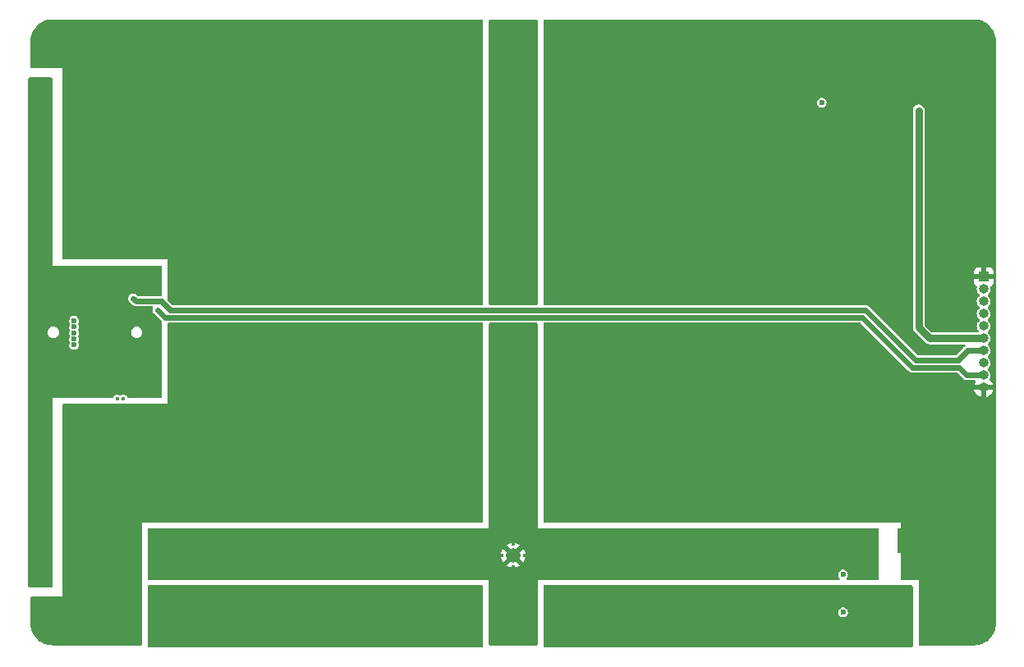
<source format=gbr>
%TF.GenerationSoftware,KiCad,Pcbnew,(5.99.0-11593-g5155093ec0)*%
%TF.CreationDate,2021-08-09T21:00:43+02:00*%
%TF.ProjectId,flatlight_rev21_ledside,666c6174-6c69-4676-9874-5f7265763231,rev?*%
%TF.SameCoordinates,Original*%
%TF.FileFunction,Copper,L3,Inr*%
%TF.FilePolarity,Positive*%
%FSLAX46Y46*%
G04 Gerber Fmt 4.6, Leading zero omitted, Abs format (unit mm)*
G04 Created by KiCad (PCBNEW (5.99.0-11593-g5155093ec0)) date 2021-08-09 21:00:43*
%MOMM*%
%LPD*%
G01*
G04 APERTURE LIST*
%TA.AperFunction,ComponentPad*%
%ADD10C,0.700000*%
%TD*%
%TA.AperFunction,ComponentPad*%
%ADD11C,4.400000*%
%TD*%
%TA.AperFunction,ComponentPad*%
%ADD12C,1.500000*%
%TD*%
%TA.AperFunction,ComponentPad*%
%ADD13R,1.000000X1.000000*%
%TD*%
%TA.AperFunction,ComponentPad*%
%ADD14O,1.000000X1.000000*%
%TD*%
%TA.AperFunction,ViaPad*%
%ADD15C,0.600000*%
%TD*%
%TA.AperFunction,ViaPad*%
%ADD16C,0.450000*%
%TD*%
%TA.AperFunction,ViaPad*%
%ADD17C,1.000000*%
%TD*%
%TA.AperFunction,Conductor*%
%ADD18C,0.600000*%
%TD*%
%TA.AperFunction,Conductor*%
%ADD19C,0.800000*%
%TD*%
G04 APERTURE END LIST*
D10*
%TO.N,GND*%
%TO.C,H18*%
X254350000Y-29300000D03*
X252700000Y-30950000D03*
X251050000Y-29300000D03*
X252700000Y-27650000D03*
D11*
X252700000Y-29300000D03*
D10*
X251533274Y-30466726D03*
X253866726Y-30466726D03*
X251533274Y-28133274D03*
X253866726Y-28133274D03*
%TD*%
D12*
%TO.N,LS_SYS*%
%TO.C,H7*%
X205200000Y-82300000D03*
%TD*%
D10*
%TO.N,LS_SYS*%
%TO.C,H16*%
X206366726Y-88133274D03*
X203550000Y-89300000D03*
X206366726Y-90466726D03*
X205200000Y-90950000D03*
D11*
X205200000Y-89300000D03*
D10*
X206850000Y-89300000D03*
X204033274Y-88133274D03*
X205200000Y-87650000D03*
X204033274Y-90466726D03*
%TD*%
D12*
%TO.N,GND*%
%TO.C,H14*%
X186475000Y-59675000D03*
%TD*%
D10*
%TO.N,GND*%
%TO.C,H19*%
X251533274Y-90466726D03*
X251533274Y-88133274D03*
X253866726Y-88133274D03*
X254350000Y-89300000D03*
D11*
X252700000Y-89300000D03*
D10*
X253866726Y-90466726D03*
X251050000Y-89300000D03*
X252700000Y-90950000D03*
X252700000Y-87650000D03*
%TD*%
%TO.N,GND*%
%TO.C,H20*%
X157700000Y-90950000D03*
X159350000Y-89300000D03*
D11*
X157700000Y-89300000D03*
D10*
X156050000Y-89300000D03*
X158866726Y-90466726D03*
X156533274Y-90466726D03*
X157700000Y-87650000D03*
X156533274Y-88133274D03*
X158866726Y-88133274D03*
%TD*%
%TO.N,GND*%
%TO.C,H17*%
X157700000Y-27650000D03*
X156533274Y-28133274D03*
X159350000Y-29300000D03*
X157700000Y-30950000D03*
X158866726Y-30466726D03*
X156050000Y-29300000D03*
D11*
X157700000Y-29300000D03*
D10*
X158866726Y-28133274D03*
X156533274Y-30466726D03*
%TD*%
%TO.N,LS_SYS*%
%TO.C,H15*%
X204033274Y-28133274D03*
X205200000Y-27650000D03*
X206366726Y-30466726D03*
X203550000Y-29300000D03*
X205200000Y-30950000D03*
X206366726Y-28133274D03*
X206850000Y-29300000D03*
X204033274Y-30466726D03*
D11*
X205200000Y-29300000D03*
%TD*%
D13*
%TO.N,GND*%
%TO.C,J4*%
X253700000Y-53575000D03*
D14*
%TO.N,LS_LED_PWM*%
X253700000Y-54845000D03*
%TO.N,LS_FLASH_EN*%
X253700000Y-56115000D03*
%TO.N,LS_TORCH_EN*%
X253700000Y-57385000D03*
%TO.N,LS_WS_LDAT*%
X253700000Y-58655000D03*
%TO.N,LS_WS_POWER*%
X253700000Y-59925000D03*
%TO.N,LS_XP_LED_NTC*%
X253700000Y-61195000D03*
%TO.N,LS_JS_LED_NTC*%
X253700000Y-62465000D03*
%TO.N,+3V3*%
X253700000Y-63735000D03*
%TO.N,GND*%
X253700000Y-65005000D03*
%TD*%
D15*
%TO.N,GND*%
X175450000Y-27550000D03*
X254450000Y-68250000D03*
X254000000Y-48800000D03*
X254500000Y-50300000D03*
X162000000Y-90550000D03*
X209400000Y-28050000D03*
X253950000Y-75750000D03*
X253950000Y-84750000D03*
X243850000Y-27550000D03*
X227350000Y-28050000D03*
X236350000Y-28050000D03*
X253950000Y-78750000D03*
X242350000Y-28050000D03*
X170950000Y-28050000D03*
X225850000Y-27550000D03*
X167950000Y-28050000D03*
D16*
X162575000Y-67925000D03*
D15*
X164950000Y-28050000D03*
X254500000Y-35300000D03*
X197950000Y-28050000D03*
X230350000Y-28050000D03*
X228850000Y-27550000D03*
X253950000Y-69750000D03*
X188950000Y-28050000D03*
X187450000Y-27550000D03*
X254500000Y-38300000D03*
X254500000Y-41300000D03*
X163450000Y-27550000D03*
X190450000Y-27550000D03*
X245350000Y-28050000D03*
X196450000Y-27550000D03*
X254000000Y-45750000D03*
X163500000Y-91050000D03*
D16*
X168700000Y-71150000D03*
D15*
X254000000Y-33800000D03*
X254450000Y-86200000D03*
X200950000Y-28050000D03*
X212350000Y-28050000D03*
X213850000Y-27550000D03*
X160500000Y-27550000D03*
X234850000Y-27550000D03*
X166450000Y-27550000D03*
X253950000Y-72750000D03*
X181450000Y-27550000D03*
X248350000Y-28050000D03*
X254000000Y-51800000D03*
D16*
X166575000Y-71150000D03*
D15*
X254500000Y-44300000D03*
X254450000Y-77250000D03*
D16*
X162100000Y-67925000D03*
D15*
X224350000Y-28050000D03*
X215350000Y-28050000D03*
X254450000Y-80250000D03*
X231850000Y-27550000D03*
X254000000Y-36800000D03*
X199450000Y-27550000D03*
X250100000Y-91050000D03*
X246850000Y-27550000D03*
X254500000Y-47300000D03*
X182950000Y-28050000D03*
X178450000Y-27550000D03*
X169450000Y-27550000D03*
X254000000Y-42800000D03*
X172450000Y-27550000D03*
X233350000Y-28050000D03*
D16*
X165550000Y-67950000D03*
D15*
X179950000Y-28050000D03*
X194950000Y-28050000D03*
X254450000Y-83250000D03*
X176950000Y-28050000D03*
X240850000Y-27550000D03*
D16*
X165075000Y-67950000D03*
D15*
X254450000Y-71250000D03*
X248800000Y-90550000D03*
X210850000Y-27550000D03*
X254500000Y-32300000D03*
X219850000Y-27550000D03*
X239350000Y-28050000D03*
X173950000Y-28050000D03*
X249850000Y-27550000D03*
X237850000Y-27550000D03*
X218350000Y-28050000D03*
X216850000Y-27550000D03*
X166500000Y-91050000D03*
X254450000Y-74250000D03*
X184450000Y-27550000D03*
X253950000Y-81750000D03*
X221350000Y-28050000D03*
X160500000Y-91050000D03*
X253950000Y-66750000D03*
X222850000Y-27550000D03*
X254000000Y-39800000D03*
X191950000Y-28050000D03*
X247425000Y-91050000D03*
X185950000Y-28050000D03*
D16*
X163825000Y-67925000D03*
D15*
X165000000Y-90550000D03*
X161950000Y-28050000D03*
X193450000Y-27550000D03*
%TO.N,+3V3*%
X239200000Y-84300000D03*
D16*
X168500000Y-57000000D03*
%TO.N,LS_SYS*%
X205700000Y-32700000D03*
X205200000Y-32700000D03*
X205700000Y-42100000D03*
X204000000Y-82300000D03*
X205200000Y-83500000D03*
X204700000Y-42100000D03*
X205200000Y-81100000D03*
D17*
X168125000Y-81875000D03*
D16*
X206400000Y-82300000D03*
X205200000Y-42100000D03*
X204700000Y-32700000D03*
D15*
%TO.N,Net-(C47-Pad2)*%
X159925000Y-59350000D03*
X159925000Y-60600000D03*
X159925000Y-58725000D03*
X159925000Y-59975000D03*
X159925000Y-58100000D03*
%TO.N,LS_WS_LDAT*%
X237000000Y-35600000D03*
D16*
%TO.N,Net-(D35-Pad1)*%
X165025000Y-66125000D03*
X164350000Y-66125000D03*
D15*
%TO.N,LS_JS_LED_NTC*%
X239200000Y-88200000D03*
D16*
%TO.N,LS_XP_LED_NTC*%
X166000000Y-55800000D03*
D15*
%TO.N,LS_WS_POWER*%
X247000000Y-36400000D03*
%TO.N,LS_PWM_PWR*%
X225200000Y-90550000D03*
X201000000Y-90550000D03*
X238700000Y-91050000D03*
X234200000Y-90550000D03*
X196500000Y-91050000D03*
X177000000Y-90550000D03*
X192000000Y-90550000D03*
X214700000Y-91050000D03*
X211700000Y-91050000D03*
X228200000Y-90550000D03*
X223700000Y-91050000D03*
X208700000Y-91050000D03*
X231200000Y-90550000D03*
X183000000Y-90550000D03*
X181500000Y-91050000D03*
X174000000Y-90550000D03*
X222200000Y-90550000D03*
X235700000Y-91050000D03*
X190500000Y-91050000D03*
X189000000Y-90550000D03*
X195000000Y-90550000D03*
X232700000Y-91050000D03*
X169500000Y-91050000D03*
X237200000Y-90550000D03*
X180000000Y-90550000D03*
X199500000Y-91050000D03*
X172500000Y-91050000D03*
X210200000Y-90550000D03*
X241700000Y-91050000D03*
X217700000Y-91050000D03*
X193500000Y-91050000D03*
X229700000Y-91050000D03*
X187500000Y-91050000D03*
X168000000Y-90550000D03*
X175500000Y-91050000D03*
X198000000Y-90550000D03*
X243200000Y-90550000D03*
X244650000Y-91050000D03*
X216200000Y-90550000D03*
X213200000Y-90550000D03*
X240200000Y-90550000D03*
X219200000Y-90550000D03*
X184500000Y-91050000D03*
X171000000Y-90550000D03*
X186000000Y-90550000D03*
X178500000Y-91050000D03*
X220700000Y-91050000D03*
X226700000Y-91050000D03*
D17*
%TO.N,PAD*%
X156450000Y-68300000D03*
X155950000Y-48800000D03*
X156450000Y-77300000D03*
X156450000Y-62300000D03*
X155950000Y-42800000D03*
X155950000Y-66800000D03*
X155950000Y-51800000D03*
X156450000Y-83300000D03*
X155950000Y-39800000D03*
X156450000Y-80300000D03*
X155950000Y-84800000D03*
X156450000Y-56300000D03*
X155950000Y-33800000D03*
X155950000Y-72800000D03*
X156450000Y-65300000D03*
X156450000Y-50300000D03*
X156450000Y-44300000D03*
X156450000Y-41300000D03*
X155950000Y-75800000D03*
X156450000Y-38300000D03*
X155950000Y-36800000D03*
X155950000Y-60800000D03*
X155950000Y-63800000D03*
X155950000Y-81800000D03*
X156450000Y-53300000D03*
X156450000Y-71300000D03*
X155950000Y-57800000D03*
X155950000Y-54800000D03*
X155950000Y-78800000D03*
X155950000Y-45800000D03*
X155950000Y-69800000D03*
X156450000Y-35300000D03*
X156450000Y-47300000D03*
X156450000Y-74300000D03*
%TD*%
D18*
%TO.N,+3V3*%
X241194308Y-57800000D02*
X246344308Y-62950000D01*
X246344308Y-62950000D02*
X251150000Y-62950000D01*
X251935000Y-63735000D02*
X253700000Y-63735000D01*
X251150000Y-62950000D02*
X251935000Y-63735000D01*
X168500000Y-57000000D02*
X169300000Y-57800000D01*
X169300000Y-57800000D02*
X241194308Y-57800000D01*
%TO.N,LS_XP_LED_NTC*%
X246675480Y-62150480D02*
X251049520Y-62150480D01*
X166000000Y-55800000D02*
X166300000Y-56100000D01*
X169849040Y-57000000D02*
X241525000Y-57000000D01*
X252005000Y-61195000D02*
X253700000Y-61195000D01*
X166300000Y-56100000D02*
X168949040Y-56100000D01*
X251049520Y-62150480D02*
X252005000Y-61195000D01*
X168949040Y-56100000D02*
X169849040Y-57000000D01*
X241525000Y-57000000D02*
X246675480Y-62150480D01*
D19*
%TO.N,LS_WS_POWER*%
X248125000Y-59925000D02*
X247000000Y-58800000D01*
X247000000Y-58800000D02*
X247000000Y-36400000D01*
X253700000Y-59925000D02*
X248125000Y-59925000D01*
%TD*%
%TA.AperFunction,Conductor*%
%TO.N,GND*%
G36*
X252680182Y-27001953D02*
G01*
X252685813Y-27001963D01*
X252699642Y-27005143D01*
X252713483Y-27002011D01*
X252727668Y-27002036D01*
X252727667Y-27002796D01*
X252735559Y-27002151D01*
X252888227Y-27011386D01*
X252969627Y-27016310D01*
X252984731Y-27018144D01*
X253242928Y-27065460D01*
X253257701Y-27069101D01*
X253508322Y-27147198D01*
X253522540Y-27152591D01*
X253761922Y-27260327D01*
X253775375Y-27267388D01*
X254000029Y-27403196D01*
X254012543Y-27411833D01*
X254219188Y-27573729D01*
X254230576Y-27583819D01*
X254416181Y-27769424D01*
X254426271Y-27780812D01*
X254588167Y-27987457D01*
X254596804Y-27999971D01*
X254732612Y-28224625D01*
X254739676Y-28238084D01*
X254847408Y-28477456D01*
X254852804Y-28491683D01*
X254930899Y-28742299D01*
X254934540Y-28757072D01*
X254981856Y-29015269D01*
X254983690Y-29030373D01*
X254997831Y-29264145D01*
X254998061Y-29271972D01*
X254998037Y-29285815D01*
X254994857Y-29299642D01*
X254997989Y-29313482D01*
X254997980Y-29318371D01*
X255000000Y-29336448D01*
X255000000Y-89262976D01*
X254998047Y-89280182D01*
X254998037Y-89285813D01*
X254994857Y-89299642D01*
X254997989Y-89313483D01*
X254997964Y-89327668D01*
X254997204Y-89327667D01*
X254997849Y-89335562D01*
X254983690Y-89569627D01*
X254981856Y-89584731D01*
X254934540Y-89842928D01*
X254930899Y-89857701D01*
X254859002Y-90088428D01*
X254852804Y-90108317D01*
X254847409Y-90122540D01*
X254826517Y-90168963D01*
X254739676Y-90361916D01*
X254732612Y-90375375D01*
X254596804Y-90600029D01*
X254588167Y-90612543D01*
X254426271Y-90819188D01*
X254416181Y-90830576D01*
X254230576Y-91016181D01*
X254219188Y-91026271D01*
X254012543Y-91188167D01*
X254000029Y-91196804D01*
X253775375Y-91332612D01*
X253761922Y-91339673D01*
X253522540Y-91447409D01*
X253508322Y-91452802D01*
X253336353Y-91506390D01*
X253257701Y-91530899D01*
X253242928Y-91534540D01*
X252984731Y-91581856D01*
X252969627Y-91583690D01*
X252735855Y-91597831D01*
X252728028Y-91598061D01*
X252714185Y-91598037D01*
X252700358Y-91594857D01*
X252686518Y-91597989D01*
X252681629Y-91597980D01*
X252663552Y-91600000D01*
X247126000Y-91600000D01*
X247057879Y-91579998D01*
X247011386Y-91526342D01*
X247000000Y-91474000D01*
X247000000Y-84850000D01*
X245276000Y-84850000D01*
X245207879Y-84829998D01*
X245161386Y-84776342D01*
X245150000Y-84724000D01*
X245150000Y-82050000D01*
X244926000Y-82050000D01*
X244857879Y-82029998D01*
X244811386Y-81976342D01*
X244800000Y-81924000D01*
X244800000Y-79626000D01*
X244820002Y-79557879D01*
X244873658Y-79511386D01*
X244926000Y-79500000D01*
X245150000Y-79500000D01*
X245150000Y-78900000D01*
X208426000Y-78900000D01*
X208357879Y-78879998D01*
X208311386Y-78826342D01*
X208300000Y-78774000D01*
X208300000Y-65270975D01*
X252727601Y-65270975D01*
X252756552Y-65371941D01*
X252761067Y-65383345D01*
X252845794Y-65548207D01*
X252852435Y-65558512D01*
X252967568Y-65703772D01*
X252976091Y-65712598D01*
X253117245Y-65832730D01*
X253127317Y-65839730D01*
X253289116Y-65930156D01*
X253300356Y-65935067D01*
X253428768Y-65976790D01*
X253442867Y-65977193D01*
X253446000Y-65970821D01*
X253446000Y-65277115D01*
X253444659Y-65272548D01*
X253954000Y-65272548D01*
X253954000Y-65962564D01*
X253957973Y-65976095D01*
X253966188Y-65977276D01*
X254060337Y-65950989D01*
X254071787Y-65946548D01*
X254237226Y-65862979D01*
X254247585Y-65856404D01*
X254393639Y-65742295D01*
X254402527Y-65733831D01*
X254523643Y-65593517D01*
X254530711Y-65583497D01*
X254622262Y-65422337D01*
X254627256Y-65411121D01*
X254672142Y-65276190D01*
X254672643Y-65262097D01*
X254666454Y-65259000D01*
X253972115Y-65259000D01*
X253956876Y-65263475D01*
X253955671Y-65264865D01*
X253954000Y-65272548D01*
X253444659Y-65272548D01*
X253441525Y-65261876D01*
X253440135Y-65260671D01*
X253432452Y-65259000D01*
X252742282Y-65259000D01*
X252728751Y-65262973D01*
X252727601Y-65270975D01*
X208300000Y-65270975D01*
X208300000Y-58426500D01*
X208320002Y-58358379D01*
X208373658Y-58311886D01*
X208426000Y-58300500D01*
X240934804Y-58300500D01*
X241002925Y-58320502D01*
X241023899Y-58337405D01*
X245940773Y-63254278D01*
X245948240Y-63263624D01*
X245948630Y-63263292D01*
X245954448Y-63270128D01*
X245959238Y-63277720D01*
X245965966Y-63283662D01*
X245965967Y-63283663D01*
X245998917Y-63312763D01*
X246004605Y-63318110D01*
X246015815Y-63329320D01*
X246019401Y-63332008D01*
X246019404Y-63332010D01*
X246023985Y-63335444D01*
X246031826Y-63341827D01*
X246066696Y-63372623D01*
X246074821Y-63376438D01*
X246077991Y-63378520D01*
X246090978Y-63386323D01*
X246094302Y-63388143D01*
X246101484Y-63393526D01*
X246109885Y-63396675D01*
X246109886Y-63396676D01*
X246145044Y-63409856D01*
X246154361Y-63413783D01*
X246188342Y-63429737D01*
X246188345Y-63429738D01*
X246196471Y-63433553D01*
X246205345Y-63434935D01*
X246208958Y-63436039D01*
X246223615Y-63439885D01*
X246227318Y-63440699D01*
X246235728Y-63443852D01*
X246282151Y-63447302D01*
X246292164Y-63448452D01*
X246305317Y-63450500D01*
X246320512Y-63450500D01*
X246329850Y-63450846D01*
X246378700Y-63454476D01*
X246387476Y-63452603D01*
X246396433Y-63451992D01*
X246396433Y-63451998D01*
X246410626Y-63450500D01*
X250890496Y-63450500D01*
X250958617Y-63470502D01*
X250979591Y-63487405D01*
X251531466Y-64039280D01*
X251538932Y-64048624D01*
X251539322Y-64048292D01*
X251545140Y-64055128D01*
X251549930Y-64062720D01*
X251556658Y-64068662D01*
X251556659Y-64068663D01*
X251589600Y-64097755D01*
X251595288Y-64103102D01*
X251606507Y-64114321D01*
X251610095Y-64117010D01*
X251610096Y-64117011D01*
X251614684Y-64120450D01*
X251622523Y-64126832D01*
X251657388Y-64157623D01*
X251665506Y-64161434D01*
X251668659Y-64163506D01*
X251681680Y-64171329D01*
X251684989Y-64173141D01*
X251692176Y-64178527D01*
X251700581Y-64181678D01*
X251700583Y-64181679D01*
X251735737Y-64194857D01*
X251745057Y-64198784D01*
X251787163Y-64218553D01*
X251796035Y-64219934D01*
X251799658Y-64221042D01*
X251814317Y-64224888D01*
X251818014Y-64225701D01*
X251826420Y-64228852D01*
X251872843Y-64232302D01*
X251882856Y-64233452D01*
X251896009Y-64235500D01*
X251911204Y-64235500D01*
X251920542Y-64235846D01*
X251969392Y-64239476D01*
X251978168Y-64237603D01*
X251987125Y-64236992D01*
X251987125Y-64236998D01*
X252001318Y-64235500D01*
X252761076Y-64235500D01*
X252829197Y-64255502D01*
X252875690Y-64309158D01*
X252885794Y-64379432D01*
X252865043Y-64432682D01*
X252861291Y-64438162D01*
X252771998Y-64600585D01*
X252767166Y-64611858D01*
X252728506Y-64733731D01*
X252728202Y-64747831D01*
X252734763Y-64751000D01*
X254658183Y-64751000D01*
X254671714Y-64747027D01*
X254672806Y-64739433D01*
X254638231Y-64624919D01*
X254633560Y-64613586D01*
X254546540Y-64449923D01*
X254539751Y-64439706D01*
X254422603Y-64296067D01*
X254413959Y-64287363D01*
X254347576Y-64232447D01*
X254307838Y-64173614D01*
X254306215Y-64102635D01*
X254316089Y-64078108D01*
X254318361Y-64074947D01*
X254321192Y-64067904D01*
X254321194Y-64067901D01*
X254378766Y-63924687D01*
X254378767Y-63924685D01*
X254381601Y-63917634D01*
X254405490Y-63749778D01*
X254405645Y-63735000D01*
X254385276Y-63566680D01*
X254325345Y-63408077D01*
X254277509Y-63338475D01*
X254233614Y-63274608D01*
X254233613Y-63274607D01*
X254229312Y-63268349D01*
X254223637Y-63263292D01*
X254145663Y-63193820D01*
X254108107Y-63133570D01*
X254109088Y-63062580D01*
X254147652Y-63003933D01*
X254213648Y-62947567D01*
X254213651Y-62947564D01*
X254219423Y-62942634D01*
X254318361Y-62804947D01*
X254326237Y-62785356D01*
X254378766Y-62654687D01*
X254378767Y-62654685D01*
X254381601Y-62647634D01*
X254393857Y-62561520D01*
X254404909Y-62483862D01*
X254404909Y-62483859D01*
X254405490Y-62479778D01*
X254405645Y-62465000D01*
X254403840Y-62450080D01*
X254386188Y-62304220D01*
X254385276Y-62296680D01*
X254325345Y-62138077D01*
X254229312Y-61998349D01*
X254145663Y-61923820D01*
X254108107Y-61863570D01*
X254109088Y-61792580D01*
X254147652Y-61733933D01*
X254213648Y-61677567D01*
X254213651Y-61677564D01*
X254219423Y-61672634D01*
X254318361Y-61534947D01*
X254381601Y-61377634D01*
X254405490Y-61209778D01*
X254405645Y-61195000D01*
X254385276Y-61026680D01*
X254325345Y-60868077D01*
X254317554Y-60856741D01*
X254233614Y-60734608D01*
X254233613Y-60734607D01*
X254229312Y-60728349D01*
X254187372Y-60690981D01*
X254145663Y-60653820D01*
X254108107Y-60593570D01*
X254109088Y-60522580D01*
X254147652Y-60463933D01*
X254213648Y-60407567D01*
X254213651Y-60407564D01*
X254219423Y-60402634D01*
X254318361Y-60264947D01*
X254381601Y-60107634D01*
X254405490Y-59939778D01*
X254405645Y-59925000D01*
X254385276Y-59756680D01*
X254325345Y-59598077D01*
X254229312Y-59458349D01*
X254145663Y-59383820D01*
X254108107Y-59323570D01*
X254109088Y-59252580D01*
X254147652Y-59193933D01*
X254213648Y-59137567D01*
X254213651Y-59137564D01*
X254219423Y-59132634D01*
X254318361Y-58994947D01*
X254326237Y-58975356D01*
X254378766Y-58844687D01*
X254378767Y-58844685D01*
X254381601Y-58837634D01*
X254405490Y-58669778D01*
X254405645Y-58655000D01*
X254403840Y-58640080D01*
X254397558Y-58588170D01*
X254385276Y-58486680D01*
X254325345Y-58328077D01*
X254229312Y-58188349D01*
X254145663Y-58113820D01*
X254108107Y-58053570D01*
X254109088Y-57982580D01*
X254147652Y-57923933D01*
X254213648Y-57867567D01*
X254213651Y-57867564D01*
X254219423Y-57862634D01*
X254318361Y-57724947D01*
X254326237Y-57705356D01*
X254378766Y-57574687D01*
X254378767Y-57574685D01*
X254381601Y-57567634D01*
X254405490Y-57399778D01*
X254405645Y-57385000D01*
X254403840Y-57370080D01*
X254386188Y-57224220D01*
X254385276Y-57216680D01*
X254325345Y-57058077D01*
X254229312Y-56918349D01*
X254145663Y-56843820D01*
X254108107Y-56783570D01*
X254109088Y-56712580D01*
X254147652Y-56653933D01*
X254213648Y-56597567D01*
X254213651Y-56597564D01*
X254219423Y-56592634D01*
X254318361Y-56454947D01*
X254326237Y-56435356D01*
X254378766Y-56304687D01*
X254378767Y-56304685D01*
X254381601Y-56297634D01*
X254405490Y-56129778D01*
X254405645Y-56115000D01*
X254403840Y-56100080D01*
X254386188Y-55954220D01*
X254385276Y-55946680D01*
X254325345Y-55788077D01*
X254229312Y-55648349D01*
X254145663Y-55573820D01*
X254108107Y-55513570D01*
X254109088Y-55442580D01*
X254147652Y-55383933D01*
X254213648Y-55327567D01*
X254213651Y-55327564D01*
X254219423Y-55322634D01*
X254318361Y-55184947D01*
X254326237Y-55165356D01*
X254378766Y-55034687D01*
X254378767Y-55034685D01*
X254381601Y-55027634D01*
X254405490Y-54859778D01*
X254405645Y-54845000D01*
X254404751Y-54837611D01*
X254386189Y-54684223D01*
X254386189Y-54684221D01*
X254385276Y-54676680D01*
X254382591Y-54669574D01*
X254381687Y-54665894D01*
X254384863Y-54594969D01*
X254425880Y-54537019D01*
X254443542Y-54525319D01*
X254453649Y-54519786D01*
X254555724Y-54443285D01*
X254568285Y-54430724D01*
X254644786Y-54328649D01*
X254653324Y-54313054D01*
X254698478Y-54192606D01*
X254702105Y-54177351D01*
X254707631Y-54126486D01*
X254708000Y-54119672D01*
X254708000Y-53847115D01*
X254703525Y-53831876D01*
X254702135Y-53830671D01*
X254694452Y-53829000D01*
X252710116Y-53829000D01*
X252694877Y-53833475D01*
X252693672Y-53834865D01*
X252692001Y-53842548D01*
X252692001Y-54119669D01*
X252692371Y-54126490D01*
X252697895Y-54177352D01*
X252701521Y-54192604D01*
X252746676Y-54313054D01*
X252755214Y-54328649D01*
X252831715Y-54430724D01*
X252844276Y-54443285D01*
X252946353Y-54519787D01*
X252956523Y-54525355D01*
X253006670Y-54575612D01*
X253021685Y-54645003D01*
X253018516Y-54664405D01*
X253016524Y-54669513D01*
X252994394Y-54837611D01*
X253012999Y-55006135D01*
X253071266Y-55165356D01*
X253075502Y-55171659D01*
X253075502Y-55171660D01*
X253088574Y-55191113D01*
X253165830Y-55306083D01*
X253171446Y-55311193D01*
X253254958Y-55387184D01*
X253291880Y-55447824D01*
X253290157Y-55518800D01*
X253252987Y-55575326D01*
X253175604Y-55642831D01*
X253078113Y-55781547D01*
X253016524Y-55939513D01*
X252994394Y-56107611D01*
X253012999Y-56276135D01*
X253071266Y-56435356D01*
X253075502Y-56441659D01*
X253075502Y-56441660D01*
X253088574Y-56461113D01*
X253165830Y-56576083D01*
X253171446Y-56581193D01*
X253254958Y-56657184D01*
X253291880Y-56717824D01*
X253290157Y-56788800D01*
X253252987Y-56845326D01*
X253175604Y-56912831D01*
X253078113Y-57051547D01*
X253016524Y-57209513D01*
X252994394Y-57377611D01*
X253012999Y-57546135D01*
X253071266Y-57705356D01*
X253075502Y-57711659D01*
X253075502Y-57711660D01*
X253088574Y-57731113D01*
X253165830Y-57846083D01*
X253171446Y-57851193D01*
X253254958Y-57927184D01*
X253291880Y-57987824D01*
X253290157Y-58058800D01*
X253252987Y-58115326D01*
X253175604Y-58182831D01*
X253171237Y-58189045D01*
X253084903Y-58311886D01*
X253078113Y-58321547D01*
X253016524Y-58479513D01*
X253015532Y-58487046D01*
X253015532Y-58487047D01*
X253010423Y-58525858D01*
X252994394Y-58647611D01*
X253012999Y-58816135D01*
X253020867Y-58837634D01*
X253064462Y-58956762D01*
X253071266Y-58975356D01*
X253075502Y-58981659D01*
X253075502Y-58981660D01*
X253151805Y-59095211D01*
X253165830Y-59116083D01*
X253167945Y-59118007D01*
X253196479Y-59180805D01*
X253186242Y-59251060D01*
X253139648Y-59304627D01*
X253071728Y-59324500D01*
X248425925Y-59324500D01*
X248357804Y-59304498D01*
X248336830Y-59287595D01*
X247637405Y-58588170D01*
X247603379Y-58525858D01*
X247600500Y-58499075D01*
X247600500Y-53030328D01*
X252692000Y-53030328D01*
X252692000Y-53302885D01*
X252696475Y-53318124D01*
X252697865Y-53319329D01*
X252705548Y-53321000D01*
X253427885Y-53321000D01*
X253443124Y-53316525D01*
X253444329Y-53315135D01*
X253446000Y-53307452D01*
X253446000Y-52585116D01*
X253444659Y-52580548D01*
X253954000Y-52580548D01*
X253954000Y-53302885D01*
X253958475Y-53318124D01*
X253959865Y-53319329D01*
X253967548Y-53321000D01*
X254689884Y-53321000D01*
X254705123Y-53316525D01*
X254706328Y-53315135D01*
X254707999Y-53307452D01*
X254707999Y-53030331D01*
X254707629Y-53023510D01*
X254702105Y-52972648D01*
X254698479Y-52957396D01*
X254653324Y-52836946D01*
X254644786Y-52821351D01*
X254568285Y-52719276D01*
X254555724Y-52706715D01*
X254453649Y-52630214D01*
X254438054Y-52621676D01*
X254317606Y-52576522D01*
X254302351Y-52572895D01*
X254251486Y-52567369D01*
X254244672Y-52567000D01*
X253972115Y-52567000D01*
X253956876Y-52571475D01*
X253955671Y-52572865D01*
X253954000Y-52580548D01*
X253444659Y-52580548D01*
X253441525Y-52569877D01*
X253440135Y-52568672D01*
X253432452Y-52567001D01*
X253155331Y-52567001D01*
X253148510Y-52567371D01*
X253097648Y-52572895D01*
X253082396Y-52576521D01*
X252961946Y-52621676D01*
X252946351Y-52630214D01*
X252844276Y-52706715D01*
X252831715Y-52719276D01*
X252755214Y-52821351D01*
X252746676Y-52836946D01*
X252701522Y-52957394D01*
X252697895Y-52972649D01*
X252692369Y-53023514D01*
X252692000Y-53030328D01*
X247600500Y-53030328D01*
X247600500Y-36360639D01*
X247585044Y-36243238D01*
X247524536Y-36097159D01*
X247428282Y-35971718D01*
X247302841Y-35875464D01*
X247156762Y-35814956D01*
X247000000Y-35794318D01*
X246843238Y-35814956D01*
X246697159Y-35875464D01*
X246571718Y-35971718D01*
X246475464Y-36097159D01*
X246414956Y-36243238D01*
X246399500Y-36360639D01*
X246399500Y-58752381D01*
X246398422Y-58768827D01*
X246394318Y-58800000D01*
X246399500Y-58839361D01*
X246414956Y-58956762D01*
X246475464Y-59102841D01*
X246571718Y-59228282D01*
X246578264Y-59233305D01*
X246596671Y-59247429D01*
X246609062Y-59258297D01*
X247666703Y-60315938D01*
X247677570Y-60328328D01*
X247696718Y-60353282D01*
X247761035Y-60402634D01*
X247822159Y-60449536D01*
X247968238Y-60510044D01*
X248125000Y-60530682D01*
X248133188Y-60529604D01*
X248156173Y-60526578D01*
X248172619Y-60525500D01*
X251686612Y-60525500D01*
X251754733Y-60545502D01*
X251801226Y-60599158D01*
X251811330Y-60669432D01*
X251781836Y-60734012D01*
X251747702Y-60759521D01*
X251748305Y-60760464D01*
X251740739Y-60765302D01*
X251732572Y-60769016D01*
X251725777Y-60774871D01*
X251725774Y-60774873D01*
X251697325Y-60799387D01*
X251689405Y-60805675D01*
X251678664Y-60813522D01*
X251667921Y-60824265D01*
X251661075Y-60830623D01*
X251623963Y-60862600D01*
X251619080Y-60870134D01*
X251613181Y-60876896D01*
X251613176Y-60876892D01*
X251604200Y-60887986D01*
X250879111Y-61613075D01*
X250816799Y-61647101D01*
X250790016Y-61649980D01*
X246934984Y-61649980D01*
X246866863Y-61629978D01*
X246845889Y-61613075D01*
X241928534Y-56695720D01*
X241921068Y-56686376D01*
X241920678Y-56686708D01*
X241914860Y-56679872D01*
X241910070Y-56672280D01*
X241870399Y-56637244D01*
X241864712Y-56631898D01*
X241853494Y-56620680D01*
X241849905Y-56617990D01*
X241845316Y-56614550D01*
X241837477Y-56608168D01*
X241809339Y-56583318D01*
X241802612Y-56577377D01*
X241794489Y-56573563D01*
X241791336Y-56571492D01*
X241778324Y-56563673D01*
X241775005Y-56561856D01*
X241767824Y-56556474D01*
X241724261Y-56540143D01*
X241714947Y-56536217D01*
X241680966Y-56520263D01*
X241680963Y-56520262D01*
X241672837Y-56516447D01*
X241663963Y-56515065D01*
X241660350Y-56513961D01*
X241645693Y-56510115D01*
X241641990Y-56509301D01*
X241633580Y-56506148D01*
X241587157Y-56502698D01*
X241577144Y-56501548D01*
X241563991Y-56499500D01*
X241548796Y-56499500D01*
X241539459Y-56499154D01*
X241524036Y-56498008D01*
X241490608Y-56495524D01*
X241481832Y-56497397D01*
X241472875Y-56498008D01*
X241472875Y-56498002D01*
X241458682Y-56499500D01*
X208426000Y-56499500D01*
X208357879Y-56479498D01*
X208311386Y-56425842D01*
X208300000Y-56373500D01*
X208300000Y-35593823D01*
X236494391Y-35593823D01*
X236495555Y-35602725D01*
X236495555Y-35602728D01*
X236496814Y-35612354D01*
X236512980Y-35735979D01*
X236570720Y-35867203D01*
X236576497Y-35874076D01*
X236576498Y-35874077D01*
X236577664Y-35875464D01*
X236662970Y-35976948D01*
X236782313Y-36056390D01*
X236919157Y-36099142D01*
X236928129Y-36099306D01*
X236928132Y-36099307D01*
X236993463Y-36100504D01*
X237062499Y-36101770D01*
X237071533Y-36099307D01*
X237192158Y-36066421D01*
X237192160Y-36066420D01*
X237200817Y-36064060D01*
X237322991Y-35989045D01*
X237332750Y-35978264D01*
X237413178Y-35889407D01*
X237419200Y-35882754D01*
X237454089Y-35810743D01*
X237477795Y-35761814D01*
X237477795Y-35761813D01*
X237481710Y-35753733D01*
X237505496Y-35612354D01*
X237505647Y-35600000D01*
X237485323Y-35458082D01*
X237425984Y-35327572D01*
X237407598Y-35306234D01*
X237338260Y-35225763D01*
X237338257Y-35225760D01*
X237332400Y-35218963D01*
X237212095Y-35140985D01*
X237074739Y-35099907D01*
X237065763Y-35099852D01*
X237065762Y-35099852D01*
X237005555Y-35099484D01*
X236931376Y-35099031D01*
X236793529Y-35138428D01*
X236672280Y-35214930D01*
X236577377Y-35322388D01*
X236516447Y-35452163D01*
X236494391Y-35593823D01*
X208300000Y-35593823D01*
X208300000Y-27126000D01*
X208320002Y-27057879D01*
X208373658Y-27011386D01*
X208426000Y-27000000D01*
X252662976Y-27000000D01*
X252680182Y-27001953D01*
G37*
%TD.AperFunction*%
%TD*%
%TA.AperFunction,Conductor*%
%TO.N,GND*%
G36*
X202042121Y-58320502D02*
G01*
X202088614Y-58374158D01*
X202100000Y-58426500D01*
X202100000Y-78774000D01*
X202079998Y-78842121D01*
X202026342Y-78888614D01*
X201974000Y-78900000D01*
X166900000Y-78900000D01*
X166900000Y-91474000D01*
X166879998Y-91542121D01*
X166826342Y-91588614D01*
X166774000Y-91600000D01*
X157737024Y-91600000D01*
X157719818Y-91598047D01*
X157714187Y-91598037D01*
X157700358Y-91594857D01*
X157686517Y-91597989D01*
X157672332Y-91597964D01*
X157672333Y-91597204D01*
X157664441Y-91597849D01*
X157496228Y-91587674D01*
X157430373Y-91583690D01*
X157415269Y-91581856D01*
X157157072Y-91534540D01*
X157142299Y-91530899D01*
X157063647Y-91506390D01*
X156891678Y-91452802D01*
X156877460Y-91447409D01*
X156638078Y-91339673D01*
X156624625Y-91332612D01*
X156399971Y-91196804D01*
X156387457Y-91188167D01*
X156180812Y-91026271D01*
X156169424Y-91016181D01*
X155983819Y-90830576D01*
X155973729Y-90819188D01*
X155811833Y-90612543D01*
X155803196Y-90600029D01*
X155667388Y-90375375D01*
X155660324Y-90361916D01*
X155573484Y-90168963D01*
X155552591Y-90122540D01*
X155547196Y-90108317D01*
X155540999Y-90088428D01*
X155469101Y-89857701D01*
X155465460Y-89842928D01*
X155418144Y-89584731D01*
X155416310Y-89569627D01*
X155402188Y-89336169D01*
X155402784Y-89314157D01*
X155403530Y-89307670D01*
X155405142Y-89300716D01*
X155405143Y-89300000D01*
X155403154Y-89291282D01*
X155400000Y-89263267D01*
X155400000Y-86726000D01*
X155420002Y-86657879D01*
X155473658Y-86611386D01*
X155526000Y-86600000D01*
X158700000Y-86600000D01*
X158700000Y-66826000D01*
X158720002Y-66757879D01*
X158773658Y-66711386D01*
X158826000Y-66700000D01*
X169575000Y-66700000D01*
X169575000Y-58426500D01*
X169595002Y-58358379D01*
X169648658Y-58311886D01*
X169701000Y-58300500D01*
X201974000Y-58300500D01*
X202042121Y-58320502D01*
G37*
%TD.AperFunction*%
%TA.AperFunction,Conductor*%
G36*
X202042121Y-27020002D02*
G01*
X202088614Y-27073658D01*
X202100000Y-27126000D01*
X202100000Y-56373500D01*
X202079998Y-56441621D01*
X202026342Y-56488114D01*
X201974000Y-56499500D01*
X170108544Y-56499500D01*
X170040423Y-56479498D01*
X170019449Y-56462595D01*
X169611905Y-56055051D01*
X169577879Y-55992739D01*
X169575000Y-55965956D01*
X169575000Y-51800000D01*
X158826000Y-51800000D01*
X158757879Y-51779998D01*
X158711386Y-51726342D01*
X158700000Y-51674000D01*
X158700000Y-32000000D01*
X155526000Y-32000000D01*
X155457879Y-31979998D01*
X155411386Y-31926342D01*
X155400000Y-31874000D01*
X155400000Y-29337312D01*
X155403254Y-29308860D01*
X155405142Y-29300716D01*
X155405143Y-29300000D01*
X155403560Y-29293060D01*
X155402769Y-29285990D01*
X155403963Y-29285856D01*
X155402168Y-29264153D01*
X155416310Y-29030373D01*
X155418144Y-29015269D01*
X155465460Y-28757072D01*
X155469101Y-28742299D01*
X155547196Y-28491683D01*
X155552592Y-28477456D01*
X155660324Y-28238084D01*
X155667388Y-28224625D01*
X155803196Y-27999971D01*
X155811833Y-27987457D01*
X155973729Y-27780812D01*
X155983819Y-27769424D01*
X156169424Y-27583819D01*
X156180812Y-27573729D01*
X156387457Y-27411833D01*
X156399971Y-27403196D01*
X156624625Y-27267388D01*
X156638078Y-27260327D01*
X156877460Y-27152591D01*
X156891678Y-27147198D01*
X157142299Y-27069101D01*
X157157072Y-27065460D01*
X157415269Y-27018144D01*
X157430373Y-27016310D01*
X157664145Y-27002169D01*
X157671972Y-27001939D01*
X157685815Y-27001963D01*
X157699642Y-27005143D01*
X157713482Y-27002011D01*
X157718371Y-27002020D01*
X157736448Y-27000000D01*
X201974000Y-27000000D01*
X202042121Y-27020002D01*
G37*
%TD.AperFunction*%
%TD*%
%TA.AperFunction,Conductor*%
%TO.N,LS_PWM_PWR*%
G36*
X202042121Y-85420002D02*
G01*
X202088614Y-85473658D01*
X202100000Y-85526000D01*
X202100000Y-91674000D01*
X202079998Y-91742121D01*
X202026342Y-91788614D01*
X201974000Y-91800000D01*
X167626000Y-91800000D01*
X167557879Y-91779998D01*
X167511386Y-91726342D01*
X167500000Y-91674000D01*
X167500000Y-85526000D01*
X167520002Y-85457879D01*
X167573658Y-85411386D01*
X167626000Y-85400000D01*
X201974000Y-85400000D01*
X202042121Y-85420002D01*
G37*
%TD.AperFunction*%
%TD*%
%TA.AperFunction,Conductor*%
%TO.N,PAD*%
G36*
X157642121Y-33020002D02*
G01*
X157688614Y-33073658D01*
X157700000Y-33126000D01*
X157700000Y-52400000D01*
X168849000Y-52400000D01*
X168917121Y-52420002D01*
X168963614Y-52473658D01*
X168975000Y-52526000D01*
X168975000Y-55473500D01*
X168954998Y-55541621D01*
X168901342Y-55588114D01*
X168849000Y-55599500D01*
X166559504Y-55599500D01*
X166491383Y-55579498D01*
X166470409Y-55562595D01*
X166328494Y-55420680D01*
X166242824Y-55356474D01*
X166108580Y-55306148D01*
X165965608Y-55295524D01*
X165956834Y-55297397D01*
X165956833Y-55297397D01*
X165918955Y-55305483D01*
X165825401Y-55325454D01*
X165699229Y-55393532D01*
X165597237Y-55494286D01*
X165592879Y-55502132D01*
X165538796Y-55599500D01*
X165527622Y-55619616D01*
X165495981Y-55759447D01*
X165504859Y-55902538D01*
X165553540Y-56037387D01*
X165618522Y-56126336D01*
X165896466Y-56404280D01*
X165903932Y-56413624D01*
X165904322Y-56413292D01*
X165910140Y-56420128D01*
X165914930Y-56427720D01*
X165921658Y-56433662D01*
X165921659Y-56433663D01*
X165954600Y-56462755D01*
X165960288Y-56468102D01*
X165971506Y-56479320D01*
X165975094Y-56482009D01*
X165975095Y-56482010D01*
X165979684Y-56485450D01*
X165987523Y-56491832D01*
X166022388Y-56522623D01*
X166030511Y-56526437D01*
X166033664Y-56528508D01*
X166046676Y-56536327D01*
X166049994Y-56538143D01*
X166057176Y-56543526D01*
X166100741Y-56559858D01*
X166110050Y-56563780D01*
X166152163Y-56583553D01*
X166161036Y-56584935D01*
X166164658Y-56586042D01*
X166179328Y-56589891D01*
X166183017Y-56590702D01*
X166191419Y-56593852D01*
X166200364Y-56594517D01*
X166200374Y-56594519D01*
X166237828Y-56597302D01*
X166247855Y-56598452D01*
X166261009Y-56600500D01*
X166276204Y-56600500D01*
X166285542Y-56600846D01*
X166334392Y-56604476D01*
X166343168Y-56602603D01*
X166352125Y-56601992D01*
X166352125Y-56601998D01*
X166366318Y-56600500D01*
X167935211Y-56600500D01*
X168003332Y-56620502D01*
X168049825Y-56674158D01*
X168059929Y-56744432D01*
X168045359Y-56787683D01*
X168027622Y-56819616D01*
X167995981Y-56959447D01*
X168004859Y-57102538D01*
X168053540Y-57237387D01*
X168058836Y-57244636D01*
X168111298Y-57316447D01*
X168118522Y-57326336D01*
X168511150Y-57718963D01*
X168896466Y-58104279D01*
X168903933Y-58113623D01*
X168904322Y-58113292D01*
X168910140Y-58120128D01*
X168914930Y-58127720D01*
X168921658Y-58133662D01*
X168921659Y-58133663D01*
X168932407Y-58143155D01*
X168970226Y-58203241D01*
X168975000Y-58237597D01*
X168975000Y-65974000D01*
X168954998Y-66042121D01*
X168901342Y-66088614D01*
X168849000Y-66100000D01*
X165559459Y-66100000D01*
X165491338Y-66079998D01*
X165444845Y-66026342D01*
X165440169Y-66010829D01*
X165439335Y-66011100D01*
X165436270Y-66001667D01*
X165434719Y-65991874D01*
X165373528Y-65871780D01*
X165278220Y-65776472D01*
X165158126Y-65715281D01*
X165148337Y-65713731D01*
X165148335Y-65713730D01*
X165034793Y-65695747D01*
X165025000Y-65694196D01*
X165015207Y-65695747D01*
X164901665Y-65713730D01*
X164901663Y-65713731D01*
X164891874Y-65715281D01*
X164771780Y-65776472D01*
X164764764Y-65783488D01*
X164761564Y-65785813D01*
X164694697Y-65809673D01*
X164625545Y-65793595D01*
X164613436Y-65785813D01*
X164610236Y-65783488D01*
X164603220Y-65776472D01*
X164483126Y-65715281D01*
X164473337Y-65713731D01*
X164473335Y-65713730D01*
X164359793Y-65695747D01*
X164350000Y-65694196D01*
X164340207Y-65695747D01*
X164226665Y-65713730D01*
X164226663Y-65713731D01*
X164216874Y-65715281D01*
X164096780Y-65776472D01*
X164001472Y-65871780D01*
X163940281Y-65991874D01*
X163938730Y-66001667D01*
X163935665Y-66011100D01*
X163932271Y-66009997D01*
X163909568Y-66057874D01*
X163849296Y-66095394D01*
X163815541Y-66100000D01*
X157700000Y-66100000D01*
X157700000Y-85474000D01*
X157679998Y-85542121D01*
X157626342Y-85588614D01*
X157574000Y-85600000D01*
X155326000Y-85600000D01*
X155257879Y-85579998D01*
X155211386Y-85526342D01*
X155200000Y-85474000D01*
X155200000Y-59300000D01*
X157188482Y-59300000D01*
X157189560Y-59308188D01*
X157194431Y-59345184D01*
X157208467Y-59451802D01*
X157267061Y-59593259D01*
X157360269Y-59714731D01*
X157481741Y-59807939D01*
X157489367Y-59811098D01*
X157489369Y-59811099D01*
X157508538Y-59819039D01*
X157623198Y-59866533D01*
X157631382Y-59867610D01*
X157631384Y-59867611D01*
X157732797Y-59880962D01*
X157736884Y-59881500D01*
X157813116Y-59881500D01*
X157817203Y-59880962D01*
X157918616Y-59867611D01*
X157918618Y-59867610D01*
X157926802Y-59866533D01*
X158041462Y-59819039D01*
X158060631Y-59811099D01*
X158060633Y-59811098D01*
X158068259Y-59807939D01*
X158189731Y-59714731D01*
X158282939Y-59593259D01*
X158341533Y-59451802D01*
X158355570Y-59345184D01*
X158360440Y-59308188D01*
X158361518Y-59300000D01*
X158348638Y-59202163D01*
X158342611Y-59156384D01*
X158342610Y-59156382D01*
X158341533Y-59148198D01*
X158316673Y-59088182D01*
X158286099Y-59014369D01*
X158286098Y-59014367D01*
X158282939Y-59006741D01*
X158189731Y-58885269D01*
X158068259Y-58792061D01*
X158060633Y-58788902D01*
X158060631Y-58788901D01*
X157934428Y-58736626D01*
X157934429Y-58736626D01*
X157926802Y-58733467D01*
X157918618Y-58732390D01*
X157918616Y-58732389D01*
X157817203Y-58719038D01*
X157817202Y-58719038D01*
X157813116Y-58718500D01*
X157736884Y-58718500D01*
X157732798Y-58719038D01*
X157732797Y-58719038D01*
X157631384Y-58732389D01*
X157631382Y-58732390D01*
X157623198Y-58733467D01*
X157615571Y-58736626D01*
X157615572Y-58736626D01*
X157489369Y-58788901D01*
X157489367Y-58788902D01*
X157481741Y-58792061D01*
X157360269Y-58885269D01*
X157267061Y-59006741D01*
X157263902Y-59014367D01*
X157263901Y-59014369D01*
X157233327Y-59088182D01*
X157208467Y-59148198D01*
X157207390Y-59156382D01*
X157207389Y-59156384D01*
X157201362Y-59202163D01*
X157188482Y-59300000D01*
X155200000Y-59300000D01*
X155200000Y-58093823D01*
X159419391Y-58093823D01*
X159420555Y-58102725D01*
X159420555Y-58102728D01*
X159425842Y-58143155D01*
X159437980Y-58235979D01*
X159490832Y-58356093D01*
X159494081Y-58363477D01*
X159503209Y-58433884D01*
X159492809Y-58467768D01*
X159441447Y-58577163D01*
X159419391Y-58718823D01*
X159420555Y-58727725D01*
X159420555Y-58727728D01*
X159421306Y-58733467D01*
X159437980Y-58860979D01*
X159490832Y-58981093D01*
X159494081Y-58988477D01*
X159503209Y-59058884D01*
X159492809Y-59092768D01*
X159441447Y-59202163D01*
X159419391Y-59343823D01*
X159420555Y-59352725D01*
X159420555Y-59352728D01*
X159421814Y-59362354D01*
X159437980Y-59485979D01*
X159490832Y-59606093D01*
X159494081Y-59613477D01*
X159503209Y-59683884D01*
X159492809Y-59717768D01*
X159441447Y-59827163D01*
X159419391Y-59968823D01*
X159420555Y-59977725D01*
X159420555Y-59977728D01*
X159421814Y-59987354D01*
X159437980Y-60110979D01*
X159490832Y-60231093D01*
X159494081Y-60238477D01*
X159503209Y-60308884D01*
X159492809Y-60342768D01*
X159441447Y-60452163D01*
X159419391Y-60593823D01*
X159420555Y-60602725D01*
X159420555Y-60602728D01*
X159421814Y-60612354D01*
X159437980Y-60735979D01*
X159495720Y-60867203D01*
X159501497Y-60874076D01*
X159501498Y-60874077D01*
X159508792Y-60882754D01*
X159587970Y-60976948D01*
X159707313Y-61056390D01*
X159844157Y-61099142D01*
X159853129Y-61099306D01*
X159853132Y-61099307D01*
X159918463Y-61100504D01*
X159987499Y-61101770D01*
X159996533Y-61099307D01*
X160117158Y-61066421D01*
X160117160Y-61066420D01*
X160125817Y-61064060D01*
X160247991Y-60989045D01*
X160344200Y-60882754D01*
X160406710Y-60753733D01*
X160430496Y-60612354D01*
X160430647Y-60600000D01*
X160410323Y-60458082D01*
X160355808Y-60338182D01*
X160345822Y-60267891D01*
X160357117Y-60231093D01*
X160402795Y-60136814D01*
X160402795Y-60136813D01*
X160406710Y-60128733D01*
X160430496Y-59987354D01*
X160430647Y-59975000D01*
X160415268Y-59867611D01*
X160411596Y-59841968D01*
X160411595Y-59841965D01*
X160410323Y-59833082D01*
X160355808Y-59713182D01*
X160345822Y-59642891D01*
X160357117Y-59606093D01*
X160402795Y-59511814D01*
X160402795Y-59511813D01*
X160406710Y-59503733D01*
X160430496Y-59362354D01*
X160430647Y-59350000D01*
X160423487Y-59300000D01*
X165788482Y-59300000D01*
X165789560Y-59308188D01*
X165794431Y-59345184D01*
X165808467Y-59451802D01*
X165867061Y-59593259D01*
X165960269Y-59714731D01*
X166081741Y-59807939D01*
X166089367Y-59811098D01*
X166089369Y-59811099D01*
X166108538Y-59819039D01*
X166223198Y-59866533D01*
X166231382Y-59867610D01*
X166231384Y-59867611D01*
X166332797Y-59880962D01*
X166336884Y-59881500D01*
X166413116Y-59881500D01*
X166417203Y-59880962D01*
X166518616Y-59867611D01*
X166518618Y-59867610D01*
X166526802Y-59866533D01*
X166641462Y-59819039D01*
X166660631Y-59811099D01*
X166660633Y-59811098D01*
X166668259Y-59807939D01*
X166789731Y-59714731D01*
X166882939Y-59593259D01*
X166941533Y-59451802D01*
X166955570Y-59345184D01*
X166960440Y-59308188D01*
X166961518Y-59300000D01*
X166948638Y-59202163D01*
X166942611Y-59156384D01*
X166942610Y-59156382D01*
X166941533Y-59148198D01*
X166916673Y-59088182D01*
X166886099Y-59014369D01*
X166886098Y-59014367D01*
X166882939Y-59006741D01*
X166789731Y-58885269D01*
X166668259Y-58792061D01*
X166660633Y-58788902D01*
X166660631Y-58788901D01*
X166534428Y-58736626D01*
X166534429Y-58736626D01*
X166526802Y-58733467D01*
X166518618Y-58732390D01*
X166518616Y-58732389D01*
X166417203Y-58719038D01*
X166417202Y-58719038D01*
X166413116Y-58718500D01*
X166336884Y-58718500D01*
X166332798Y-58719038D01*
X166332797Y-58719038D01*
X166231384Y-58732389D01*
X166231382Y-58732390D01*
X166223198Y-58733467D01*
X166215571Y-58736626D01*
X166215572Y-58736626D01*
X166089369Y-58788901D01*
X166089367Y-58788902D01*
X166081741Y-58792061D01*
X165960269Y-58885269D01*
X165867061Y-59006741D01*
X165863902Y-59014367D01*
X165863901Y-59014369D01*
X165833327Y-59088182D01*
X165808467Y-59148198D01*
X165807390Y-59156382D01*
X165807389Y-59156384D01*
X165801362Y-59202163D01*
X165788482Y-59300000D01*
X160423487Y-59300000D01*
X160410323Y-59208082D01*
X160386818Y-59156384D01*
X160355808Y-59088182D01*
X160345822Y-59017891D01*
X160357117Y-58981093D01*
X160402795Y-58886814D01*
X160402795Y-58886813D01*
X160406710Y-58878733D01*
X160430496Y-58737354D01*
X160430647Y-58725000D01*
X160410323Y-58583082D01*
X160355808Y-58463182D01*
X160345822Y-58392891D01*
X160357117Y-58356093D01*
X160402795Y-58261814D01*
X160402795Y-58261813D01*
X160406710Y-58253733D01*
X160430496Y-58112354D01*
X160430647Y-58100000D01*
X160410323Y-57958082D01*
X160350984Y-57827572D01*
X160268096Y-57731376D01*
X160263260Y-57725763D01*
X160263257Y-57725760D01*
X160257400Y-57718963D01*
X160137095Y-57640985D01*
X159999739Y-57599907D01*
X159990763Y-57599852D01*
X159990762Y-57599852D01*
X159930555Y-57599484D01*
X159856376Y-57599031D01*
X159718529Y-57638428D01*
X159597280Y-57714930D01*
X159502377Y-57822388D01*
X159441447Y-57952163D01*
X159419391Y-58093823D01*
X155200000Y-58093823D01*
X155200000Y-33126000D01*
X155220002Y-33057879D01*
X155273658Y-33011386D01*
X155326000Y-33000000D01*
X157574000Y-33000000D01*
X157642121Y-33020002D01*
G37*
%TD.AperFunction*%
%TD*%
%TA.AperFunction,Conductor*%
%TO.N,LS_SYS*%
G36*
X207642121Y-58320502D02*
G01*
X207688614Y-58374158D01*
X207700000Y-58426500D01*
X207700000Y-79500000D01*
X242774000Y-79500000D01*
X242842121Y-79520002D01*
X242888614Y-79573658D01*
X242900000Y-79626000D01*
X242900000Y-84724000D01*
X242879998Y-84792121D01*
X242826342Y-84838614D01*
X242774000Y-84850000D01*
X239661302Y-84850000D01*
X239593181Y-84829998D01*
X239546688Y-84776342D01*
X239536584Y-84706068D01*
X239567887Y-84639445D01*
X239613176Y-84589411D01*
X239613181Y-84589404D01*
X239619200Y-84582754D01*
X239681710Y-84453733D01*
X239705496Y-84312354D01*
X239705647Y-84300000D01*
X239685323Y-84158082D01*
X239625984Y-84027572D01*
X239607598Y-84006234D01*
X239538260Y-83925763D01*
X239538257Y-83925760D01*
X239532400Y-83918963D01*
X239412095Y-83840985D01*
X239274739Y-83799907D01*
X239265763Y-83799852D01*
X239265762Y-83799852D01*
X239205555Y-83799484D01*
X239131376Y-83799031D01*
X238993529Y-83838428D01*
X238872280Y-83914930D01*
X238777377Y-84022388D01*
X238716447Y-84152163D01*
X238694391Y-84293823D01*
X238695555Y-84302725D01*
X238695555Y-84302728D01*
X238696814Y-84312354D01*
X238712980Y-84435979D01*
X238770720Y-84567203D01*
X238776497Y-84574076D01*
X238776498Y-84574077D01*
X238834371Y-84642925D01*
X238862892Y-84707940D01*
X238851736Y-84778055D01*
X238804444Y-84831007D01*
X238737920Y-84850000D01*
X207700000Y-84850000D01*
X207700000Y-91474000D01*
X207679998Y-91542121D01*
X207626342Y-91588614D01*
X207574000Y-91600000D01*
X202826000Y-91600000D01*
X202757879Y-91579998D01*
X202711386Y-91526342D01*
X202700000Y-91474000D01*
X202700000Y-84850000D01*
X167626000Y-84850000D01*
X167557879Y-84829998D01*
X167511386Y-84776342D01*
X167500000Y-84724000D01*
X167500000Y-83350161D01*
X204514393Y-83350161D01*
X204523687Y-83362175D01*
X204564088Y-83390464D01*
X204573584Y-83395947D01*
X204763113Y-83484326D01*
X204773405Y-83488072D01*
X204975401Y-83542196D01*
X204986196Y-83544099D01*
X205194525Y-83562326D01*
X205205475Y-83562326D01*
X205413804Y-83544099D01*
X205424599Y-83542196D01*
X205626595Y-83488072D01*
X205636887Y-83484326D01*
X205826416Y-83395947D01*
X205835912Y-83390464D01*
X205877148Y-83361590D01*
X205885523Y-83351112D01*
X205878457Y-83337668D01*
X205212811Y-82672021D01*
X205198868Y-82664408D01*
X205197034Y-82664539D01*
X205190420Y-82668790D01*
X204520820Y-83338391D01*
X204514393Y-83350161D01*
X167500000Y-83350161D01*
X167500000Y-82294525D01*
X203937674Y-82294525D01*
X203937674Y-82305475D01*
X203955901Y-82513804D01*
X203957804Y-82524599D01*
X204011928Y-82726595D01*
X204015674Y-82736887D01*
X204104054Y-82926417D01*
X204109534Y-82935907D01*
X204138411Y-82977149D01*
X204148887Y-82985523D01*
X204162334Y-82978455D01*
X204827979Y-82312811D01*
X204834356Y-82301132D01*
X205564408Y-82301132D01*
X205564539Y-82302966D01*
X205568790Y-82309580D01*
X206238391Y-82979180D01*
X206250161Y-82985607D01*
X206262176Y-82976311D01*
X206290466Y-82935907D01*
X206295946Y-82926417D01*
X206384326Y-82736887D01*
X206388072Y-82726595D01*
X206442196Y-82524599D01*
X206444099Y-82513804D01*
X206462326Y-82305475D01*
X206462326Y-82294525D01*
X206444099Y-82086196D01*
X206442196Y-82075401D01*
X206388072Y-81873405D01*
X206384326Y-81863113D01*
X206295946Y-81673583D01*
X206290466Y-81664093D01*
X206261589Y-81622851D01*
X206251113Y-81614477D01*
X206237666Y-81621545D01*
X205572021Y-82287189D01*
X205564408Y-82301132D01*
X204834356Y-82301132D01*
X204835592Y-82298868D01*
X204835461Y-82297034D01*
X204831210Y-82290420D01*
X204161609Y-81620820D01*
X204149839Y-81614393D01*
X204137824Y-81623689D01*
X204109534Y-81664093D01*
X204104054Y-81673583D01*
X204015674Y-81863113D01*
X204011928Y-81873405D01*
X203957804Y-82075401D01*
X203955901Y-82086196D01*
X203937674Y-82294525D01*
X167500000Y-82294525D01*
X167500000Y-81248887D01*
X204514477Y-81248887D01*
X204521545Y-81262334D01*
X205187189Y-81927979D01*
X205201132Y-81935592D01*
X205202966Y-81935461D01*
X205209580Y-81931210D01*
X205879180Y-81261609D01*
X205885607Y-81249839D01*
X205876313Y-81237825D01*
X205835912Y-81209536D01*
X205826416Y-81204053D01*
X205636887Y-81115674D01*
X205626595Y-81111928D01*
X205424599Y-81057804D01*
X205413804Y-81055901D01*
X205205475Y-81037674D01*
X205194525Y-81037674D01*
X204986196Y-81055901D01*
X204975401Y-81057804D01*
X204773405Y-81111928D01*
X204763113Y-81115674D01*
X204573583Y-81204054D01*
X204564093Y-81209534D01*
X204522851Y-81238411D01*
X204514477Y-81248887D01*
X167500000Y-81248887D01*
X167500000Y-79626000D01*
X167520002Y-79557879D01*
X167573658Y-79511386D01*
X167626000Y-79500000D01*
X202700000Y-79500000D01*
X202700000Y-58426500D01*
X202720002Y-58358379D01*
X202773658Y-58311886D01*
X202826000Y-58300500D01*
X207574000Y-58300500D01*
X207642121Y-58320502D01*
G37*
%TD.AperFunction*%
%TA.AperFunction,Conductor*%
G36*
X207642121Y-27020002D02*
G01*
X207688614Y-27073658D01*
X207700000Y-27126000D01*
X207700000Y-56373500D01*
X207679998Y-56441621D01*
X207626342Y-56488114D01*
X207574000Y-56499500D01*
X202826000Y-56499500D01*
X202757879Y-56479498D01*
X202711386Y-56425842D01*
X202700000Y-56373500D01*
X202700000Y-27126000D01*
X202720002Y-27057879D01*
X202773658Y-27011386D01*
X202826000Y-27000000D01*
X207574000Y-27000000D01*
X207642121Y-27020002D01*
G37*
%TD.AperFunction*%
%TD*%
%TA.AperFunction,Conductor*%
%TO.N,LS_PWM_PWR*%
G36*
X246342121Y-85420002D02*
G01*
X246388614Y-85473658D01*
X246400000Y-85526000D01*
X246400000Y-91674000D01*
X246379998Y-91742121D01*
X246326342Y-91788614D01*
X246274000Y-91800000D01*
X208426000Y-91800000D01*
X208357879Y-91779998D01*
X208311386Y-91726342D01*
X208300000Y-91674000D01*
X208300000Y-88193823D01*
X238694391Y-88193823D01*
X238695555Y-88202725D01*
X238695555Y-88202728D01*
X238696814Y-88212354D01*
X238712980Y-88335979D01*
X238770720Y-88467203D01*
X238776497Y-88474076D01*
X238776498Y-88474077D01*
X238783792Y-88482754D01*
X238862970Y-88576948D01*
X238982313Y-88656390D01*
X239119157Y-88699142D01*
X239128129Y-88699306D01*
X239128132Y-88699307D01*
X239193463Y-88700504D01*
X239262499Y-88701770D01*
X239271533Y-88699307D01*
X239392158Y-88666421D01*
X239392160Y-88666420D01*
X239400817Y-88664060D01*
X239522991Y-88589045D01*
X239619200Y-88482754D01*
X239681710Y-88353733D01*
X239705496Y-88212354D01*
X239705647Y-88200000D01*
X239685323Y-88058082D01*
X239625984Y-87927572D01*
X239607598Y-87906234D01*
X239538260Y-87825763D01*
X239538257Y-87825760D01*
X239532400Y-87818963D01*
X239412095Y-87740985D01*
X239274739Y-87699907D01*
X239265763Y-87699852D01*
X239265762Y-87699852D01*
X239205555Y-87699484D01*
X239131376Y-87699031D01*
X238993529Y-87738428D01*
X238872280Y-87814930D01*
X238777377Y-87922388D01*
X238716447Y-88052163D01*
X238694391Y-88193823D01*
X208300000Y-88193823D01*
X208300000Y-85526000D01*
X208320002Y-85457879D01*
X208373658Y-85411386D01*
X208426000Y-85400000D01*
X246274000Y-85400000D01*
X246342121Y-85420002D01*
G37*
%TD.AperFunction*%
%TD*%
M02*

</source>
